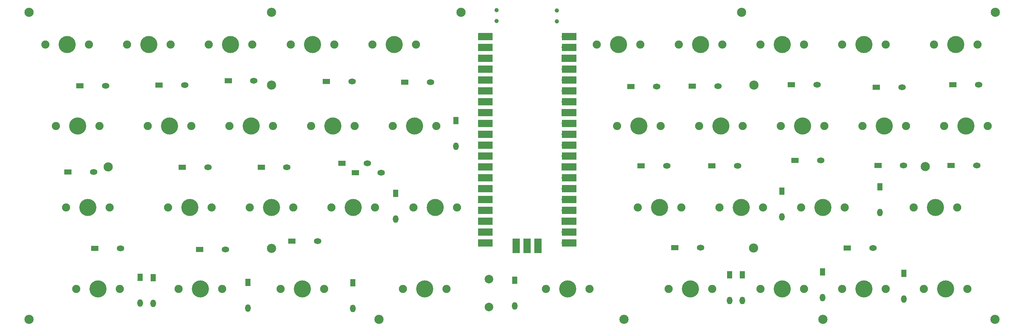
<source format=gbr>
%TF.GenerationSoftware,KiCad,Pcbnew,(6.0.2)*%
%TF.CreationDate,2022-03-06T15:17:29+09:00*%
%TF.ProjectId,presplit_39key,70726573-706c-4697-945f-33396b65792e,rev?*%
%TF.SameCoordinates,Original*%
%TF.FileFunction,Soldermask,Top*%
%TF.FilePolarity,Negative*%
%FSLAX46Y46*%
G04 Gerber Fmt 4.6, Leading zero omitted, Abs format (unit mm)*
G04 Created by KiCad (PCBNEW (6.0.2)) date 2022-03-06 15:17:29*
%MOMM*%
%LPD*%
G01*
G04 APERTURE LIST*
%ADD10C,2.150000*%
%ADD11C,1.900000*%
%ADD12C,4.000000*%
%ADD13R,3.500000X1.700000*%
%ADD14O,1.700000X1.700000*%
%ADD15R,1.700000X1.700000*%
%ADD16R,1.700000X3.500000*%
%ADD17C,1.000000*%
%ADD18C,2.000000*%
%ADD19R,1.778000X1.300000*%
%ADD20O,1.778000X1.300000*%
%ADD21R,1.300000X1.778000*%
%ADD22O,1.300000X1.778000*%
G04 APERTURE END LIST*
D10*
%TO.C,*%
X233149814Y-60346984D03*
%TD*%
%TO.C,*%
X42573094Y-60397260D03*
%TD*%
%TO.C,*%
X80675000Y-79425000D03*
%TD*%
%TO.C,*%
X193148417Y-79398333D03*
%TD*%
%TO.C,*%
X193173337Y-41296904D03*
%TD*%
%TO.C,*%
X80699920Y-41323571D03*
%TD*%
%TO.C,*%
X105725000Y-96100000D03*
%TD*%
%TO.C,*%
X162925000Y-96100000D03*
%TD*%
%TO.C,*%
X209325000Y-96100000D03*
%TD*%
%TO.C,*%
X124850000Y-24275000D03*
%TD*%
%TO.C,*%
X190300000Y-24275000D03*
%TD*%
%TO.C,*%
X80700000Y-24275000D03*
%TD*%
D11*
%TO.C,SW3*%
X42890000Y-69890000D03*
X32730000Y-69890000D03*
D12*
X37810000Y-69890000D03*
%TD*%
D11*
%TO.C,SW27*%
X185180000Y-69905000D03*
D12*
X190260000Y-69905000D03*
D11*
X195340000Y-69905000D03*
%TD*%
D13*
%TO.C,U1*%
X130520000Y-29960000D03*
D14*
X131420000Y-29960000D03*
X131420000Y-32500000D03*
D13*
X130520000Y-32500000D03*
X130520000Y-35040000D03*
D15*
X131420000Y-35040000D03*
D13*
X130520000Y-37580000D03*
D14*
X131420000Y-37580000D03*
X131420000Y-40120000D03*
D13*
X130520000Y-40120000D03*
X130520000Y-42660000D03*
D14*
X131420000Y-42660000D03*
D13*
X130520000Y-45200000D03*
D14*
X131420000Y-45200000D03*
D15*
X131420000Y-47740000D03*
D13*
X130520000Y-47740000D03*
D14*
X131420000Y-50280000D03*
D13*
X130520000Y-50280000D03*
X130520000Y-52820000D03*
D14*
X131420000Y-52820000D03*
D13*
X130520000Y-55360000D03*
D14*
X131420000Y-55360000D03*
X131420000Y-57900000D03*
D13*
X130520000Y-57900000D03*
D15*
X131420000Y-60440000D03*
D13*
X130520000Y-60440000D03*
D14*
X131420000Y-62980000D03*
D13*
X130520000Y-62980000D03*
D14*
X131420000Y-65520000D03*
D13*
X130520000Y-65520000D03*
D14*
X131420000Y-68060000D03*
D13*
X130520000Y-68060000D03*
X130520000Y-70600000D03*
D14*
X131420000Y-70600000D03*
D15*
X131420000Y-73140000D03*
D13*
X130520000Y-73140000D03*
D14*
X131420000Y-75680000D03*
D13*
X130520000Y-75680000D03*
D14*
X131420000Y-78220000D03*
D13*
X130520000Y-78220000D03*
X150100000Y-78220000D03*
D14*
X149200000Y-78220000D03*
D13*
X150100000Y-75680000D03*
D14*
X149200000Y-75680000D03*
D15*
X149200000Y-73140000D03*
D13*
X150100000Y-73140000D03*
D14*
X149200000Y-70600000D03*
D13*
X150100000Y-70600000D03*
X150100000Y-68060000D03*
D14*
X149200000Y-68060000D03*
D13*
X150100000Y-65520000D03*
D14*
X149200000Y-65520000D03*
X149200000Y-62980000D03*
D13*
X150100000Y-62980000D03*
X150100000Y-60440000D03*
D15*
X149200000Y-60440000D03*
D14*
X149200000Y-57900000D03*
D13*
X150100000Y-57900000D03*
X150100000Y-55360000D03*
D14*
X149200000Y-55360000D03*
X149200000Y-52820000D03*
D13*
X150100000Y-52820000D03*
D14*
X149200000Y-50280000D03*
D13*
X150100000Y-50280000D03*
D15*
X149200000Y-47740000D03*
D13*
X150100000Y-47740000D03*
D14*
X149200000Y-45200000D03*
D13*
X150100000Y-45200000D03*
D14*
X149200000Y-42660000D03*
D13*
X150100000Y-42660000D03*
D14*
X149200000Y-40120000D03*
D13*
X150100000Y-40120000D03*
X150100000Y-37580000D03*
D14*
X149200000Y-37580000D03*
D13*
X150100000Y-35040000D03*
D15*
X149200000Y-35040000D03*
D14*
X149200000Y-32500000D03*
D13*
X150100000Y-32500000D03*
X150100000Y-29960000D03*
D14*
X149200000Y-29960000D03*
X137770000Y-77990000D03*
D16*
X137770000Y-78890000D03*
X140310000Y-78890000D03*
D15*
X140310000Y-77990000D03*
D14*
X142850000Y-77990000D03*
D16*
X142850000Y-78890000D03*
%TD*%
D11*
%TO.C,SW38*%
X237615000Y-50855000D03*
D12*
X242695000Y-50855000D03*
D11*
X247775000Y-50855000D03*
%TD*%
%TO.C,SW25*%
X185815000Y-31765000D03*
X175655000Y-31765000D03*
D12*
X180735000Y-31765000D03*
%TD*%
D11*
%TO.C,SW13*%
X85155000Y-31815000D03*
X95315000Y-31815000D03*
D12*
X90235000Y-31815000D03*
%TD*%
%TO.C,SW9*%
X71135000Y-31790000D03*
D11*
X66055000Y-31790000D03*
X76215000Y-31790000D03*
%TD*%
%TO.C,SW14*%
X100090000Y-50840000D03*
D12*
X95010000Y-50840000D03*
D11*
X89930000Y-50840000D03*
%TD*%
D12*
%TO.C,SW15*%
X99770000Y-69880000D03*
D11*
X104850000Y-69880000D03*
X94690000Y-69880000D03*
%TD*%
%TO.C,SW12*%
X82790000Y-88930000D03*
X92950000Y-88930000D03*
D12*
X87870000Y-88930000D03*
%TD*%
D11*
%TO.C,SW26*%
X190565000Y-50865000D03*
X180405000Y-50865000D03*
D12*
X185485000Y-50865000D03*
%TD*%
D11*
%TO.C,SW1*%
X38115000Y-31790000D03*
D12*
X33035000Y-31790000D03*
D11*
X27955000Y-31790000D03*
%TD*%
D10*
%TO.C,*%
X24125000Y-96100000D03*
%TD*%
D12*
%TO.C,SW19*%
X118845000Y-69905000D03*
D11*
X113765000Y-69905000D03*
X123925000Y-69905000D03*
%TD*%
%TO.C,SW31*%
X214415000Y-69890000D03*
D12*
X209335000Y-69890000D03*
D11*
X204255000Y-69890000D03*
%TD*%
D12*
%TO.C,SW21*%
X161660000Y-31790000D03*
D11*
X156580000Y-31790000D03*
X166740000Y-31790000D03*
%TD*%
%TO.C,SW18*%
X119140000Y-50840000D03*
X108980000Y-50840000D03*
D12*
X114060000Y-50840000D03*
%TD*%
D10*
%TO.C,*%
X249500000Y-24275000D03*
%TD*%
D12*
%TO.C,SW11*%
X80710000Y-69865000D03*
D11*
X85790000Y-69865000D03*
X75630000Y-69865000D03*
%TD*%
D10*
%TO.C,*%
X24125000Y-24275000D03*
%TD*%
D12*
%TO.C,SW10*%
X75960000Y-50840000D03*
D11*
X70880000Y-50840000D03*
X81040000Y-50840000D03*
%TD*%
D12*
%TO.C,SW35*%
X235510000Y-69890000D03*
D11*
X230430000Y-69890000D03*
X240590000Y-69890000D03*
%TD*%
%TO.C,SW2*%
X30365000Y-50855000D03*
D12*
X35445000Y-50855000D03*
D11*
X40525000Y-50855000D03*
%TD*%
%TO.C,SW23*%
X166105000Y-69905000D03*
X176265000Y-69905000D03*
D12*
X171185000Y-69905000D03*
%TD*%
D11*
%TO.C,SW24*%
X173280000Y-88965000D03*
D12*
X178360000Y-88965000D03*
D11*
X183440000Y-88965000D03*
%TD*%
%TO.C,SW37*%
X235180000Y-31765000D03*
X245340000Y-31765000D03*
D12*
X240260000Y-31765000D03*
%TD*%
D11*
%TO.C,SW8*%
X58980000Y-88965000D03*
X69140000Y-88965000D03*
D12*
X64060000Y-88965000D03*
%TD*%
D11*
%TO.C,SW34*%
X218530000Y-50865000D03*
D12*
X223610000Y-50865000D03*
D11*
X228690000Y-50865000D03*
%TD*%
D17*
%TO.C,q*%
X133225000Y-23775000D03*
%TD*%
D11*
%TO.C,SW16*%
X111355000Y-88965000D03*
X121515000Y-88965000D03*
D12*
X116435000Y-88965000D03*
%TD*%
D11*
%TO.C,SW22*%
X171490000Y-50865000D03*
D12*
X166410000Y-50865000D03*
D11*
X161330000Y-50865000D03*
%TD*%
D10*
%TO.C,*%
X249450000Y-96100000D03*
%TD*%
D11*
%TO.C,SW20*%
X144705000Y-88940000D03*
D12*
X149785000Y-88940000D03*
D11*
X154865000Y-88940000D03*
%TD*%
%TO.C,SW7*%
X66750000Y-69905000D03*
D12*
X61670000Y-69905000D03*
D11*
X56590000Y-69905000D03*
%TD*%
%TO.C,SW17*%
X104230000Y-31765000D03*
X114390000Y-31765000D03*
D12*
X109310000Y-31765000D03*
%TD*%
D11*
%TO.C,SW6*%
X51815000Y-50855000D03*
D12*
X56895000Y-50855000D03*
D11*
X61975000Y-50855000D03*
%TD*%
D12*
%TO.C,SW30*%
X204560000Y-50865000D03*
D11*
X199480000Y-50865000D03*
X209640000Y-50865000D03*
%TD*%
%TO.C,SW32*%
X213755000Y-88940000D03*
X223915000Y-88940000D03*
D12*
X218835000Y-88940000D03*
%TD*%
D11*
%TO.C,SW29*%
X194730000Y-31790000D03*
X204890000Y-31790000D03*
D12*
X199810000Y-31790000D03*
%TD*%
%TO.C,SW4*%
X40210000Y-88915000D03*
D11*
X35130000Y-88915000D03*
X45290000Y-88915000D03*
%TD*%
D17*
%TO.C,*%
X147225000Y-23850000D03*
%TD*%
D11*
%TO.C,SW5*%
X47030000Y-31815000D03*
X57190000Y-31815000D03*
D12*
X52110000Y-31815000D03*
%TD*%
D17*
%TO.C,q*%
X133200000Y-26275000D03*
%TD*%
D11*
%TO.C,SW28*%
X204865000Y-88940000D03*
D12*
X199785000Y-88940000D03*
D11*
X194705000Y-88940000D03*
%TD*%
D17*
%TO.C,r*%
X147200000Y-26350000D03*
%TD*%
D12*
%TO.C,SW33*%
X218835000Y-31790000D03*
D11*
X213755000Y-31790000D03*
X223915000Y-31790000D03*
%TD*%
D18*
%TO.C,SW41*%
X131385000Y-93190000D03*
X131385000Y-86690000D03*
%TD*%
D11*
%TO.C,SW36*%
X242970000Y-88940000D03*
X232810000Y-88940000D03*
D12*
X237890000Y-88940000D03*
%TD*%
D19*
%TO.C,D37*%
X239635000Y-41165000D03*
D20*
X245635000Y-41165000D03*
%TD*%
D21*
%TO.C,D27*%
X199710000Y-66065000D03*
D22*
X199710000Y-72065000D03*
%TD*%
D19*
%TO.C,D30*%
X202785000Y-58865000D03*
D20*
X208785000Y-58865000D03*
%TD*%
D21*
%TO.C,D35*%
X222585000Y-65115000D03*
D22*
X222585000Y-71115000D03*
%TD*%
D19*
%TO.C,D2*%
X33210000Y-61565000D03*
D20*
X39210000Y-61565000D03*
%TD*%
D19*
%TO.C,D9*%
X70585000Y-40290000D03*
D20*
X76585000Y-40290000D03*
%TD*%
D19*
%TO.C,D25*%
X178810000Y-41565000D03*
D20*
X184810000Y-41565000D03*
%TD*%
D21*
%TO.C,D20*%
X137435000Y-86940000D03*
D22*
X137435000Y-92940000D03*
%TD*%
D21*
%TO.C,D24*%
X187510000Y-85665000D03*
D22*
X187510000Y-91665000D03*
%TD*%
D21*
%TO.C,D8*%
X53085000Y-86315000D03*
D22*
X53085000Y-92315000D03*
%TD*%
D21*
%TO.C,D32*%
X209235000Y-84990000D03*
D22*
X209235000Y-90990000D03*
%TD*%
D21*
%TO.C,D36*%
X228185000Y-85315000D03*
D22*
X228185000Y-91315000D03*
%TD*%
D19*
%TO.C,D7*%
X63935000Y-79740000D03*
D20*
X69935000Y-79740000D03*
%TD*%
D19*
%TO.C,D23*%
X174760000Y-79290000D03*
D20*
X180760000Y-79290000D03*
%TD*%
D19*
%TO.C,D10*%
X78285000Y-60540000D03*
D20*
X84285000Y-60540000D03*
%TD*%
D19*
%TO.C,D21*%
X164535000Y-41640000D03*
D20*
X170535000Y-41640000D03*
%TD*%
D19*
%TO.C,D11*%
X85410000Y-77740000D03*
D20*
X91410000Y-77740000D03*
%TD*%
D19*
%TO.C,D15*%
X100235000Y-61765000D03*
D20*
X106235000Y-61765000D03*
%TD*%
D19*
%TO.C,D3*%
X39485000Y-79465000D03*
D20*
X45485000Y-79465000D03*
%TD*%
D19*
%TO.C,D26*%
X183410000Y-60190000D03*
D20*
X189410000Y-60190000D03*
%TD*%
D19*
%TO.C,D6*%
X59885000Y-60515000D03*
D20*
X65885000Y-60515000D03*
%TD*%
D19*
%TO.C,D22*%
X166910000Y-60190000D03*
D20*
X172910000Y-60190000D03*
%TD*%
D19*
%TO.C,D14*%
X97085000Y-59590000D03*
D20*
X103085000Y-59590000D03*
%TD*%
D21*
%TO.C,D4*%
X50035000Y-86265000D03*
D22*
X50035000Y-92265000D03*
%TD*%
D19*
%TO.C,D33*%
X221735000Y-41765000D03*
D20*
X227735000Y-41765000D03*
%TD*%
D21*
%TO.C,D16*%
X99635000Y-87490000D03*
D22*
X99635000Y-93490000D03*
%TD*%
D19*
%TO.C,D38*%
X239185000Y-60090000D03*
D20*
X245185000Y-60090000D03*
%TD*%
D19*
%TO.C,D5*%
X54435000Y-41265000D03*
D20*
X60435000Y-41265000D03*
%TD*%
D19*
%TO.C,D34*%
X222135000Y-60040000D03*
D20*
X228135000Y-60040000D03*
%TD*%
D21*
%TO.C,D28*%
X190535000Y-85665000D03*
D22*
X190535000Y-91665000D03*
%TD*%
D21*
%TO.C,D19*%
X109660000Y-66640000D03*
D22*
X109660000Y-72640000D03*
%TD*%
D21*
%TO.C,D18*%
X123685000Y-49615000D03*
D22*
X123685000Y-55615000D03*
%TD*%
D19*
%TO.C,D13*%
X93510000Y-40440000D03*
D20*
X99510000Y-40440000D03*
%TD*%
D19*
%TO.C,D31*%
X215010000Y-79390000D03*
D20*
X221010000Y-79390000D03*
%TD*%
D19*
%TO.C,D17*%
X111785000Y-40590000D03*
D20*
X117785000Y-40590000D03*
%TD*%
D19*
%TO.C,D1*%
X35960000Y-41415000D03*
D20*
X41960000Y-41415000D03*
%TD*%
D19*
%TO.C,D29*%
X201960000Y-41190000D03*
D20*
X207960000Y-41190000D03*
%TD*%
D21*
%TO.C,D12*%
X75210000Y-87465000D03*
D22*
X75210000Y-93465000D03*
%TD*%
M02*

</source>
